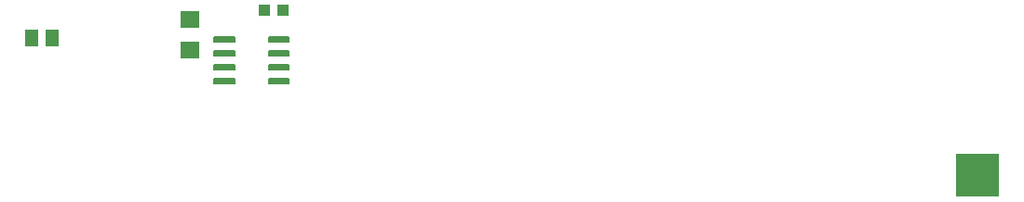
<source format=gbr>
G04 EAGLE Gerber RS-274X export*
G75*
%MOMM*%
%FSLAX34Y34*%
%LPD*%
%INSolderpaste Top*%
%IPPOS*%
%AMOC8*
5,1,8,0,0,1.08239X$1,22.5*%
G01*
%ADD10R,3.960000X3.960000*%
%ADD11R,1.300000X1.500000*%
%ADD12C,0.150000*%
%ADD13R,1.100000X1.000000*%
%ADD14R,1.800000X1.600000*%


D10*
X1046580Y895240D03*
D11*
X186080Y1021080D03*
X205080Y1021080D03*
D12*
X352280Y1017560D02*
X370480Y1017560D01*
X352280Y1017560D02*
X352280Y1022060D01*
X370480Y1022060D01*
X370480Y1017560D01*
X370480Y1018985D02*
X352280Y1018985D01*
X352280Y1020410D02*
X370480Y1020410D01*
X370480Y1021835D02*
X352280Y1021835D01*
X352280Y1004860D02*
X370480Y1004860D01*
X352280Y1004860D02*
X352280Y1009360D01*
X370480Y1009360D01*
X370480Y1004860D01*
X370480Y1006285D02*
X352280Y1006285D01*
X352280Y1007710D02*
X370480Y1007710D01*
X370480Y1009135D02*
X352280Y1009135D01*
X352280Y992160D02*
X370480Y992160D01*
X352280Y992160D02*
X352280Y996660D01*
X370480Y996660D01*
X370480Y992160D01*
X370480Y993585D02*
X352280Y993585D01*
X352280Y995010D02*
X370480Y995010D01*
X370480Y996435D02*
X352280Y996435D01*
X352280Y979460D02*
X370480Y979460D01*
X352280Y979460D02*
X352280Y983960D01*
X370480Y983960D01*
X370480Y979460D01*
X370480Y980885D02*
X352280Y980885D01*
X352280Y982310D02*
X370480Y982310D01*
X370480Y983735D02*
X352280Y983735D01*
X401680Y983960D02*
X419880Y983960D01*
X419880Y979460D01*
X401680Y979460D01*
X401680Y983960D01*
X401680Y980885D02*
X419880Y980885D01*
X419880Y982310D02*
X401680Y982310D01*
X401680Y983735D02*
X419880Y983735D01*
X419880Y996660D02*
X401680Y996660D01*
X419880Y996660D02*
X419880Y992160D01*
X401680Y992160D01*
X401680Y996660D01*
X401680Y993585D02*
X419880Y993585D01*
X419880Y995010D02*
X401680Y995010D01*
X401680Y996435D02*
X419880Y996435D01*
X419880Y1009360D02*
X401680Y1009360D01*
X419880Y1009360D02*
X419880Y1004860D01*
X401680Y1004860D01*
X401680Y1009360D01*
X401680Y1006285D02*
X419880Y1006285D01*
X419880Y1007710D02*
X401680Y1007710D01*
X401680Y1009135D02*
X419880Y1009135D01*
X419880Y1022060D02*
X401680Y1022060D01*
X419880Y1022060D02*
X419880Y1017560D01*
X401680Y1017560D01*
X401680Y1022060D01*
X401680Y1018985D02*
X419880Y1018985D01*
X419880Y1020410D02*
X401680Y1020410D01*
X401680Y1021835D02*
X419880Y1021835D01*
D13*
X397900Y1046480D03*
X414900Y1046480D03*
D14*
X330200Y1009620D03*
X330200Y1037620D03*
M02*

</source>
